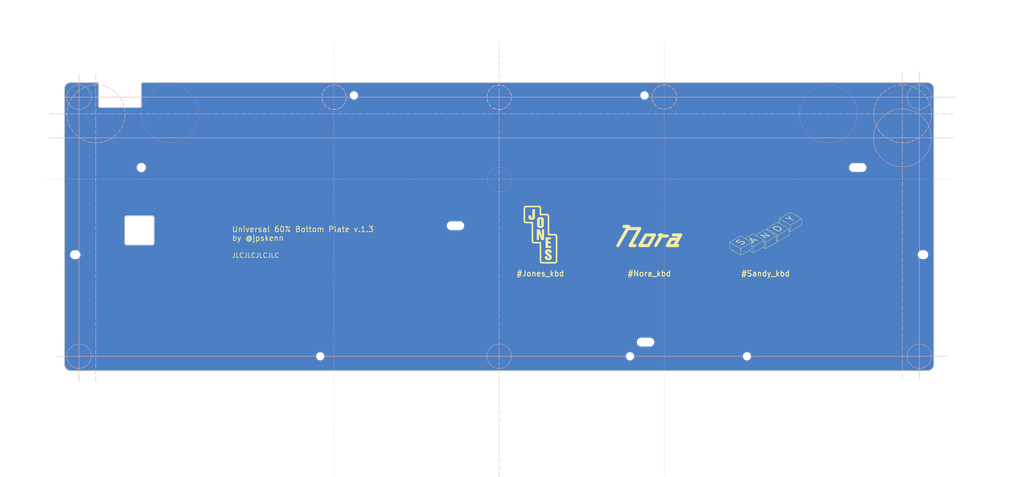
<source format=kicad_pcb>
(kicad_pcb (version 20221018) (generator pcbnew)
  (title_block (title "#Jones_kbs Bottom Plate") (date "2021-08-02") (rev "v.1 (042)") (company "@jpskenn"))
  (layers (0 "F.Cu" signal) (31 "B.Cu" signal) (34 "B.Paste" user) (35 "F.Paste" user) (36 "B.SilkS" user "B.Silkscreen") (37 "F.SilkS" user "F.Silkscreen") (38 "B.Mask" user) (39 "F.Mask" user) (44 "Edge.Cuts" user))
  (net 0 "")
  (footprint "locallib:60_Outline_Sandy_Bottom" (layer "F.Cu") (at 157.92496 64.3746)
    (fp_text reference "REF**" hide)
    (fp_text value "60_Outline" hide)
    (fp_line (start -142.5 11) (end -142.5 -45.3) (stroke (width 0.3)) (layer "Edge.Cuts"))
    (fp_line (start -142.5 45.3) (end -142.5 11) (stroke (width 0.3)) (layer "Edge.Cuts"))
    (fp_line (start -131.9 -47.3) (end -140.5 -47.3) (stroke (width 0.3)) (layer "Edge.Cuts"))
    (fp_line (start -131.3 -39.7) (end -131.3 -46.7) (stroke (width 0.3)) (layer "Edge.Cuts"))
    (fp_line (start -130.7 -39.1) (end -117.9 -39.1) (stroke (width 0.3)) (layer "Edge.Cuts"))
    (fp_line (start -122.7 5.38) (end -122.7 -2.92) (stroke (width 0.3)) (layer "Edge.Cuts"))
    (fp_line (start -122.1 5.98) (end -113.75 5.98) (stroke (width 0.3)) (layer "Edge.Cuts"))
    (fp_line (start -117.3 -39.7) (end -117.3 -46.7) (stroke (width 0.3)) (layer "Edge.Cuts"))
    (fp_line (start -113.75 -3.52) (end -122.1 -3.52) (stroke (width 0.3)) (layer "Edge.Cuts"))
    (fp_line (start -113.15 5.38) (end -113.15 -2.92) (stroke (width 0.3)) (layer "Edge.Cuts"))
    (fp_line (start 140.5 -47.3) (end -116.7 -47.3) (stroke (width 0.3)) (layer "Edge.Cuts"))
    (fp_line (start 140.5 47.3) (end -140.5 47.3) (stroke (width 0.3)) (layer "Edge.Cuts"))
    (fp_line (start 142.5 11) (end 142.5 -45.3) (stroke (width 0.3)) (layer "Edge.Cuts"))
    (fp_line (start 142.5 11) (end 142.5 45.3) (stroke (width 0.3)) (layer "Edge.Cuts"))
    (fp_arc (start -142.5 -45.3) (mid -141.914214 -46.714214) (end -140.5 -47.3) (stroke (width 0.3)) (layer "Edge.Cuts"))
    (fp_arc (start -140.5 47.3) (mid -141.914214 46.714214) (end -142.5 45.3) (stroke (width 0.3)) (layer "Edge.Cuts"))
    (fp_arc (start -131.9 -47.3) (mid -131.475736 -47.124264) (end -131.3 -46.7) (stroke (width 0.3)) (layer "Edge.Cuts"))
    (fp_arc (start -130.7 -39.1) (mid -131.124264 -39.275736) (end -131.3 -39.7) (stroke (width 0.3)) (layer "Edge.Cuts"))
    (fp_arc (start -122.7 -2.92) (mid -122.524264 -3.344264) (end -122.1 -3.52) (stroke (width 0.3)) (layer "Edge.Cuts"))
    (fp_arc (start -122.1 5.98) (mid -122.524264 5.804264) (end -122.7 5.38) (stroke (width 0.3)) (layer "Edge.Cuts"))
    (fp_arc (start -117.3 -46.7) (mid -117.124264 -47.124264) (end -116.7 -47.3) (stroke (width 0.3)) (layer "Edge.Cuts"))
    (fp_arc (start -117.3 -39.7) (mid -117.475736 -39.275736) (end -117.9 -39.1) (stroke (width 0.3)) (layer "Edge.Cuts"))
    (fp_arc (start -113.75 -3.52) (mid -113.325736 -3.344264) (end -113.15 -2.92) (stroke (width 0.3)) (layer "Edge.Cuts"))
    (fp_arc (start -113.15 5.38) (mid -113.325736 5.804264) (end -113.75 5.98) (stroke (width 0.3)) (layer "Edge.Cuts"))
    (fp_arc (start 140.5 -47.3) (mid 141.914214 -46.714214) (end 142.5 -45.3) (stroke (width 0.3)) (layer "Edge.Cuts"))
    (fp_arc (start 142.5 45.3) (mid 141.914214 46.714214) (end 140.5 47.3) (stroke (width 0.3)) (layer "Edge.Cuts"))
    (pad "" np_thru_hole oval locked (at -138.95 9.2) (size 2.9 2.4) (drill oval 2.9 2.4) (layers "*.Cu" "*.Mask"))
    (pad "" np_thru_hole circle locked (at -117.3 -19.4) (size 2.4994 2.4994) (drill 2.4994) (layers "*.Cu" "*.Mask"))
    (pad "" np_thru_hole oval locked (at -14.3 -0.3) (size 5.2 2.4) (drill oval 5.2 2.4) (layers "*.Cu" "*.Mask"))
    (pad "" np_thru_hole oval locked (at 48 37.9) (size 5.2 2.4) (drill oval 5.2 2.4) (layers "*.Cu" "*.Mask"))
    (pad "" np_thru_hole oval locked (at 117.55 -19.4) (size 5.2 2.4) (drill oval 5.2 2.4) (layers "*.Cu" "*.Mask"))
    (pad "" np_thru_hole oval locked (at 138.95 9.2 180) (size 2.9 2.4) (drill oval 2.9 2.4) (layers "*.Cu" "*.Mask"))
  )
  (footprint "MountingHole:MountingHole_2.2mm_M2" (layer "F.Cu") (at 110.325 21.325)
    (fp_text reference "H1" hide)
    (fp_text value "MountingHole")
    (pad "" np_thru_hole circle (at 0 0) (size 2.2 2.2) (drill 2.2) (layers "*.Cu" "*.Mask"))
  )
  (footprint "MountingHole:MountingHole_2.2mm_M2" (layer "F.Cu") (at 205.575 21.325)
    (fp_text reference "H2" hide)
    (fp_text value "MountingHole")
    (pad "" np_thru_hole circle (at 0 0) (size 2.2 2.2) (drill 2.2) (layers "*.Cu" "*.Mask"))
  )
  (footprint "MountingHole:MountingHole_2.2mm_M2" (layer "F.Cu") (at 99.275 106.925)
    (fp_text reference "H3" hide)
    (fp_text value "MountingHole")
    (pad "" np_thru_hole circle (at 0 0) (size 2.2 2.2) (drill 2.2) (layers "*.Cu" "*.Mask"))
  )
  (footprint "MountingHole:MountingHole_2.2mm_M2" (layer "F.Cu") (at 200.825 106.925)
    (fp_text reference "H4" hide)
    (fp_text value "MountingHole")
    (pad "" np_thru_hole circle (at 0 0) (size 2.2 2.2) (drill 2.2) (layers "*.Cu" "*.Mask"))
  )
  (footprint "MountingHole:MountingHole_2.2mm_M2" (layer "F.Cu") (at 239.175 106.925)
    (fp_text reference "H5" hide)
    (fp_text value "MountingHole")
    (pad "" np_thru_hole circle (at 0 0) (size 2.2 2.2) (drill 2.2) (layers "*.Cu" "*.Mask"))
  )
  (footprint "locallib:Nora_logo_21.8*7.7" (layer "F.Cu") (at 207.16875 67.5)
    (fp_text reference "G***" hide)
    (fp_text value "LOGO" hide)
    (fp_text user "#Nora_kbd" (at 0 12.271875) (layer "F.SilkS") (effects (font (size 1.8 1.8) (thickness 0.3))))
  )
  (footprint "locallib:Jones_logo_11.4x19.3" (layer "F.Cu") (at 171.45 67)
    (fp_text reference "G***" hide)
    (fp_text value "LOGO" hide)
    (fp_text user "#Jones_kbd" (at 0 12.771875) (layer "F.SilkS") (effects (font (size 1.8 1.8) (thickness 0.3))))
  )
  (footprint "locallib:MXOnly-1U-Hotswap-guide-dummy" (layer "F.Cu") (at 24.6 26.30004)
    (fp_text reference "REF**")
    (fp_text value "1U")
  )
  (footprint "locallib:Sandy_logo_w24" (layer "F.Cu") (at 245.26875 66.675)
    (fp_text reference "G***" hide)
    (fp_text value "LOGO" hide)
    (fp_text user "#Sandy_kbd" (at 0 13.096875 unlocked) (layer "F.SilkS") (effects (font (size 1.8 1.8) (thickness 0.3) bold)))
  )
  (gr_line (start 157.925 146.5) (end 157.925 4) (stroke (width 0.15) (type dash)) (layer "B.SilkS"))
  (gr_line (start 15.575 21.875) (end 307.575 21.875) (stroke (width 0.15)) (layer "B.SilkS"))
  (gr_line (start 295.65 114.3) (end 295.65 13.5) (stroke (width 0.15)) (layer "B.SilkS"))
  (gr_line (start 20.2 115.2) (end 20.2 14.4) (stroke (width 0.15)) (layer "B.SilkS"))
  (gr_circle (center 295.65 21.875) (end 299.65 21.875) (stroke (width 0.12)) (fill none) (layer "B.SilkS"))
  (gr_circle (center 50.025 27.35) (end 59.525 27.35) (stroke (width 0.2) (type dot)) (fill none) (layer "B.SilkS"))
  (gr_line (start 10.375 27.35) (end 307.025 27.35) (stroke (width 0.15) (type dash)) (layer "B.SilkS"))
  (gr_line (start 25.7 115.2) (end 25.7 14.4) (stroke (width 0.15) (type dash)) (layer "B.SilkS"))
  (gr_line (start 290.125 114.3) (end 290.125 13.5) (stroke (width 0.15) (type dash)) (layer "B.SilkS"))
  (gr_line (start 10.375 35.225) (end 307.025 35.225) (stroke (width 0.15)) (layer "B.SilkS"))
  (gr_circle (center 290.125 35.225) (end 299.625 35.225) (stroke (width 0.12)) (fill none) (layer "B.SilkS"))
  (gr_circle (center 20.2 106.9) (end 24.2 106.9) (stroke (width 0.12)) (fill none) (layer "B.SilkS"))
  (gr_line (start 13 106.9) (end 305 106.9) (stroke (width 0.15)) (layer "B.SilkS"))
  (gr_circle (center 290.211697 27.341705) (end 299.711697 27.341705) (stroke (width 0.12) (type dash)) (fill none) (layer "B.SilkS"))
  (gr_circle (center 25.786697 27.341705) (end 35.286697 27.341705) (stroke (width 0.12) (type dash)) (fill none) (layer "B.SilkS"))
  (gr_line (start 103.792505 146.071875) (end 103.792505 3.571875) (stroke (width 0.2) (type dot)) (layer "B.SilkS"))
  (gr_circle (center 20.2 21.875) (end 24.2 21.875) (stroke (width 0.12)) (fill none) (layer "B.SilkS"))
  (gr_circle (center 157.919253 48.8) (end 161.919253 48.8) (stroke (width 0.2) (type dot)) (fill none) (layer "B.SilkS"))
  (gr_circle (center 212.094253 21.86) (end 216.094253 21.86) (stroke (width 0.12) (type dash)) (fill none) (layer "B.SilkS"))
  (gr_circle (center 103.792505 21.9) (end 107.792505 21.9) (stroke (width 0.12) (type dash)) (fill none) (layer "B.SilkS"))
  (gr_line (start 212.094253 146.071875) (end 212.094253 3.571875) (stroke (width 0.2) (type dot)) (layer "B.SilkS"))
  (gr_circle (center 157.925 106.9) (end 161.925 106.9) (stroke (width 0.12)) (fill none) (layer "B.SilkS"))
  (gr_line (start 9.594253 48.8) (end 306.244253 48.8) (stroke (width 0.2) (type dot)) (layer "B.SilkS"))
  (gr_circle (center 295.65 106.9) (end 299.65 106.9) (stroke (width 0.12)) (fill none) (layer "B.SilkS"))
  (gr_circle (center 157.919253 21.925) (end 161.919253 21.925) (stroke (width 0.12) (type dash)) (fill none) (layer "B.SilkS"))
  (gr_circle (center 265.8 27.35) (end 275.3 27.35) (stroke (width 0.2) (type dot)) (fill none) (layer "B.SilkS"))
  (gr_text "Universal 60% Bottom Plate v.1.3\nby @jpskenn" (at 70.246875 66.675) (layer "F.SilkS") (effects (font (size 1.8 1.8) (thickness 0.24)) (justify left)))
  (gr_text "JLCJLCJLCJLC" (at 70.246875 73.81875) (layer "F.SilkS") (effects (font (size 1.5 1.5) (thickness 0.2)) (justify left)))
  (zone (net 0) (net_name "") (layer "F.Cu") (connect_pads (clearance 0)) (min_thickness 0.254)
    (keepout (tracks not_allowed) (vias allowed) (pads allowed) (copperpour not_allowed) (footprints allowed))
    (fill (thermal_gap 0.508) (thermal_bridge_width 0.508))
    (polygon (pts (xy 241.7 106.05) (xy 241.710866 108.05) (xy 240.110004 109.441086) (xy 238.210004 109.441086) (xy 236.650022 108.05) (xy 236.65 106) (xy 238.1 104.4) (xy 240.3 104.4)))
  )
  (zone (net 0) (net_name "") (layer "F.Cu") (connect_pads (clearance 0)) (min_thickness 0.254)
    (keepout (tracks not_allowed) (vias allowed) (pads allowed) (copperpour not_allowed) (footprints allowed))
    (fill (thermal_gap 0.508) (thermal_bridge_width 0.508))
    (polygon (pts (xy 301.407595 71.05) (xy 301.4 76.1) (xy 299.708592 76.106609) (xy 295.768596 76.106609) (xy 294.058614 74.715526) (xy 294.058592 72.665526) (xy 295.658592 71.065523) (xy 299.708592 71.065523)))
  )
  (zone (net 0) (net_name "") (layer "F.Cu") (connect_pads (clearance 0)) (min_thickness 0.254)
    (keepout (tracks not_allowed) (vias allowed) (pads allowed) (copperpour not_allowed) (footprints allowed))
    (fill (thermal_gap 0.508) (thermal_bridge_width 0.508))
    (polygon (pts (xy 203.35 106.05) (xy 203.360866 108.05) (xy 201.760004 109.441086) (xy 199.860004 109.441086) (xy 198.300022 108.05) (xy 198.3 106) (xy 199.75 104.4) (xy 201.95 104.4)))
  )
  (zone (net 0) (net_name "") (layer "F.Cu") (connect_pads (clearance 0)) (min_thickness 0.254)
    (keepout (tracks not_allowed) (vias allowed) (pads allowed) (copperpour not_allowed) (footprints allowed))
    (fill (thermal_gap 0.508) (thermal_bridge_width 0.508))
    (polygon (pts (xy 43.159437 44.1) (xy 43.170303 46.1) (xy 41.569441 47.491086) (xy 39.669441 47.491086) (xy 38.109459 46.1) (xy 38.109437 44.05) (xy 39.559437 42.45) (xy 41.759437 42.45)))
  )
  (zone (net 0) (net_name "") (layer "F.Cu") (connect_pads (clearance 0)) (min_thickness 0.254)
    (keepout (tracks not_allowed) (vias allowed) (pads allowed) (copperpour not_allowed) (footprints allowed))
    (fill (thermal_gap 0.508) (thermal_bridge_width 0.508))
    (polygon (pts (xy 279.160734 44.036815) (xy 279.141093 46.036815) (xy 277.461731 47.437137) (xy 273.521735 47.437137) (xy 271.811753 46.046054) (xy 271.811731 43.996054) (xy 273.411731 42.396051) (xy 277.461731 42.396051)))
  )
  (zone (net 0) (net_name "") (layer "F.Cu") (connect_pads (clearance 0)) (min_thickness 0.254)
    (keepout (tracks not_allowed) (vias allowed) (pads allowed) (copperpour not_allowed) (footprints allowed))
    (fill (thermal_gap 0.508) (thermal_bridge_width 0.508))
    (polygon (pts (xy 21.707595 72.656287) (xy 21.687954 74.656287) (xy 20.008592 76.056609) (xy 16.068596 76.056609) (xy 14.4 76.05) (xy 14.358592 71) (xy 15.958592 71.015523) (xy 20.008592 71.015523)))
  )
  (zone (net 0) (net_name "") (layer "F.Cu") (connect_pads (clearance 0)) (min_thickness 0.254)
    (keepout (tracks not_allowed) (vias allowed) (pads allowed) (copperpour not_allowed) (footprints allowed))
    (fill (thermal_gap 0.508) (thermal_bridge_width 0.508))
    (polygon (pts (xy 209.607595 101.406287) (xy 209.587954 103.406287) (xy 207.908592 104.806609) (xy 203.968596 104.806609) (xy 202.258614 103.415526) (xy 202.258592 101.365526) (xy 203.858592 99.765523) (xy 207.908592 99.765523)))
  )
  (zone (net 0) (net_name "") (layer "F.Cu") (connect_pads (clearance 0)) (min_thickness 0.254)
    (keepout (tracks not_allowed) (vias allowed) (pads allowed) (copperpour not_allowed) (footprints allowed))
    (fill (thermal_gap 0.508) (thermal_bridge_width 0.508))
    (polygon (pts (xy 112.85 20.45) (xy 112.860866 22.45) (xy 111.260004 23.841086) (xy 109.360004 23.841086) (xy 107.800022 22.45) (xy 107.8 20.4) (xy 109.25 18.8) (xy 111.45 18.8)))
  )
  (zone (net 0) (net_name "") (layer "F.Cu") (connect_pads (clearance 0.508)) (min_thickness 0.254) (fill yes (thermal_gap 0.508) (thermal_bridge_width 0.508))
    (polygon (pts (xy 325 135) (xy 0 135) (xy 0 -5) (xy 325 -5)))
  )
  (zone (net 0) (net_name "") (layer "F.Cu") (connect_pads (clearance 0)) (min_thickness 0.254)
    (keepout (tracks not_allowed) (vias allowed) (pads allowed) (copperpour not_allowed) (footprints allowed))
    (fill (thermal_gap 0.508) (thermal_bridge_width 0.508))
    (polygon (pts (xy 208.1 20.45) (xy 208.110866 22.45) (xy 206.510004 23.841086) (xy 204.610004 23.841086) (xy 203.050022 22.45) (xy 203.05 20.4) (xy 204.5 18.8) (xy 206.7 18.8)))
  )
  (zone (net 0) (net_name "") (layer "F.Cu") (connect_pads (clearance 0)) (min_thickness 0.254)
    (keepout (tracks not_allowed) (vias allowed) (pads allowed) (copperpour not_allowed) (footprints allowed))
    (fill (thermal_gap 0.508) (thermal_bridge_width 0.508))
    (polygon (pts (xy 147.299003 63.190764) (xy 147.279362 65.190764) (xy 145.6 66.591086) (xy 141.660004 66.591086) (xy 139.950022 65.200003) (xy 139.95 63.150003) (xy 141.55 61.55) (xy 145.6 61.55)))
  )
  (zone (net 0) (net_name "") (layer "F.Cu") (connect_pads (clearance 0)) (min_thickness 0.254)
    (keepout (tracks not_allowed) (vias allowed) (pads allowed) (copperpour not_allowed) (footprints allowed))
    (fill (thermal_gap 0.508) (thermal_bridge_width 0.508))
    (polygon (pts (xy 101.8 106.05) (xy 101.810866 108.05) (xy 100.210004 109.441086) (xy 98.310004 109.441086) (xy 96.750022 108.05) (xy 96.75 106) (xy 98.2 104.4) (xy 100.4 104.4)))
  )
  (zone (net 0) (net_name "") (layer "B.Cu") (connect_pads (clearance 0.508)) (min_thickness 0.254) (fill yes (thermal_gap 0.508) (thermal_bridge_width 0.508))
    (polygon (pts (xy 330 140) (xy -5.7 140) (xy -5 -10) (xy 330 -10)))
  )
)
</source>
